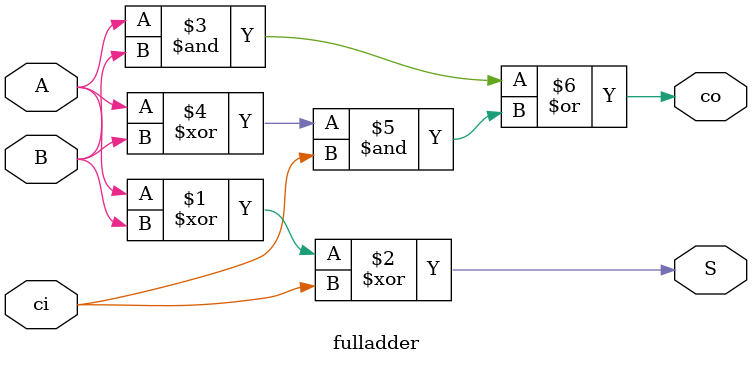
<source format=v>
`timescale 1ns/1ps

/* Descrição de um somador de N bits */
module fulladder 
(
  input  A,
  input  B,
  input  ci,
  output S,
  output co
);

   assign S = A ^ B ^ ci;
   assign co = (A & B) | (A ^ B) & ci;
    
endmodule

</source>
